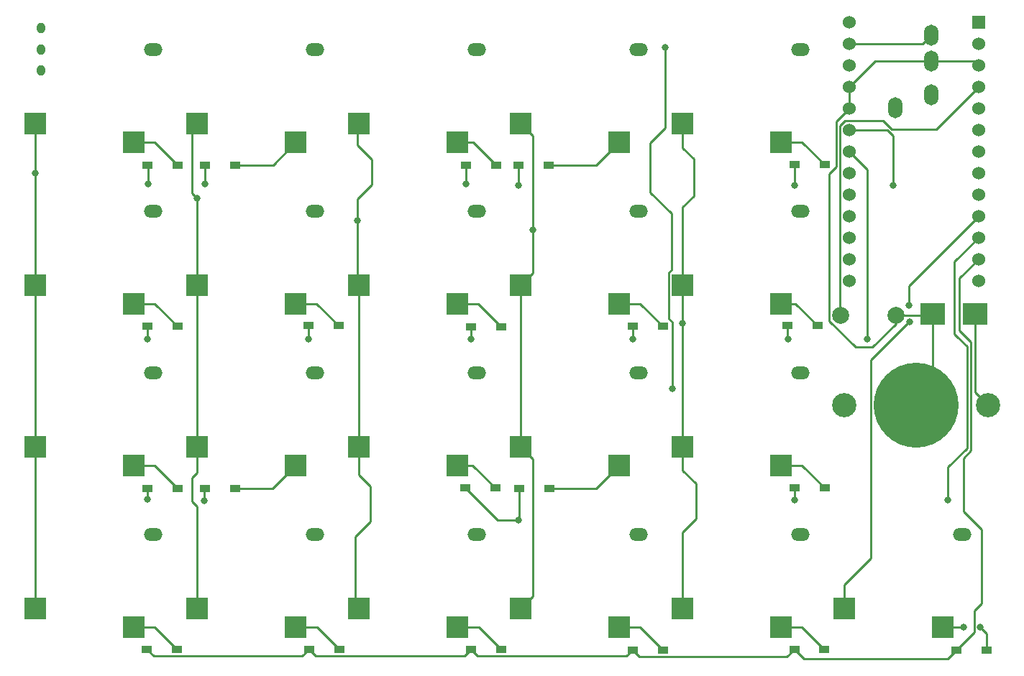
<source format=gbr>
%TF.GenerationSoftware,KiCad,Pcbnew,7.0.8*%
%TF.CreationDate,2024-10-11T08:32:43+09:00*%
%TF.ProjectId,cool642,636f6f6c-3634-4322-9e6b-696361645f70,rev?*%
%TF.SameCoordinates,Original*%
%TF.FileFunction,Copper,L2,Bot*%
%TF.FilePolarity,Positive*%
%FSLAX46Y46*%
G04 Gerber Fmt 4.6, Leading zero omitted, Abs format (unit mm)*
G04 Created by KiCad (PCBNEW 7.0.8) date 2024-10-11 08:32:43*
%MOMM*%
%LPD*%
G01*
G04 APERTURE LIST*
%TA.AperFunction,SMDPad,CuDef*%
%ADD10R,1.300000X0.950000*%
%TD*%
%TA.AperFunction,ComponentPad*%
%ADD11O,2.200000X1.500000*%
%TD*%
%TA.AperFunction,SMDPad,CuDef*%
%ADD12R,2.600000X2.600000*%
%TD*%
%TA.AperFunction,ComponentPad*%
%ADD13C,2.000000*%
%TD*%
%TA.AperFunction,ComponentPad*%
%ADD14O,1.700000X2.500000*%
%TD*%
%TA.AperFunction,SMDPad,CuDef*%
%ADD15R,3.000000X2.600000*%
%TD*%
%TA.AperFunction,ComponentPad*%
%ADD16O,1.000000X1.300000*%
%TD*%
%TA.AperFunction,ComponentPad*%
%ADD17C,2.850000*%
%TD*%
%TA.AperFunction,SMDPad,CuDef*%
%ADD18C,10.000000*%
%TD*%
%TA.AperFunction,ComponentPad*%
%ADD19C,1.524000*%
%TD*%
%TA.AperFunction,ComponentPad*%
%ADD20R,1.524000X1.524000*%
%TD*%
%TA.AperFunction,ViaPad*%
%ADD21C,0.800000*%
%TD*%
%TA.AperFunction,Conductor*%
%ADD22C,0.250000*%
%TD*%
G04 APERTURE END LIST*
D10*
%TO.P,D14,1,K*%
%TO.N,row1*%
X62005000Y-27590000D03*
%TO.P,D14,2,A*%
%TO.N,Net-(D14-A)*%
X65555000Y-27590000D03*
%TD*%
D11*
%TO.P,SW21,*%
%TO.N,*%
X5550000Y-33100000D03*
D12*
%TO.P,SW21,1,1*%
%TO.N,col0*%
X-8300000Y-41800000D03*
%TO.P,SW21,2,2*%
%TO.N,Net-(D21-A)*%
X3300000Y-44000000D03*
%TD*%
D11*
%TO.P,SW15,*%
%TO.N,*%
X81750000Y-14050000D03*
D12*
%TO.P,SW15,1,1*%
%TO.N,col4*%
X67900000Y-22750000D03*
%TO.P,SW15,2,2*%
%TO.N,Net-(D15-A)*%
X79500000Y-24950000D03*
%TD*%
D10*
%TO.P,D35,1,K*%
%TO.N,row3*%
X81042500Y-65700000D03*
%TO.P,D35,2,A*%
%TO.N,Net-(D35-A)*%
X84592500Y-65700000D03*
%TD*%
%TO.P,D15,1,K*%
%TO.N,row1*%
X80215000Y-27520000D03*
%TO.P,D15,2,A*%
%TO.N,Net-(D15-A)*%
X83765000Y-27520000D03*
%TD*%
D11*
%TO.P,SW33,*%
%TO.N,*%
X43650000Y-52150000D03*
D12*
%TO.P,SW33,1,1*%
%TO.N,col2*%
X29800000Y-60850000D03*
%TO.P,SW33,2,2*%
%TO.N,Net-(D33-A)*%
X41400000Y-63050000D03*
%TD*%
D10*
%TO.P,D21,1,K*%
%TO.N,row2*%
X4875000Y-46720000D03*
%TO.P,D21,2,A*%
%TO.N,Net-(D21-A)*%
X8425000Y-46720000D03*
%TD*%
%TO.P,D13,1,K*%
%TO.N,row1*%
X42975000Y-27660000D03*
%TO.P,D13,2,A*%
%TO.N,Net-(D13-A)*%
X46525000Y-27660000D03*
%TD*%
D11*
%TO.P,SW4,*%
%TO.N,*%
X62700000Y5000000D03*
D12*
%TO.P,SW4,1,1*%
%TO.N,col3*%
X48850000Y-3700000D03*
%TO.P,SW4,2,2*%
%TO.N,Net-(D4-A)*%
X60450000Y-5900000D03*
%TD*%
D11*
%TO.P,SW36,*%
%TO.N,*%
X100800000Y-52150000D03*
D12*
%TO.P,SW36,1,1*%
%TO.N,col5*%
X86950000Y-60850000D03*
%TO.P,SW36,2,2*%
%TO.N,Net-(D36-A)*%
X98550000Y-63050000D03*
%TD*%
D11*
%TO.P,SW3,*%
%TO.N,*%
X43650000Y5000000D03*
D12*
%TO.P,SW3,1,1*%
%TO.N,col2*%
X29800000Y-3700000D03*
%TO.P,SW3,2,2*%
%TO.N,Net-(D3-A)*%
X41400000Y-5900000D03*
%TD*%
D13*
%TO.P,SW41,1,1*%
%TO.N,Net-(U2-BOOT(RST))*%
X86490000Y-26300000D03*
%TO.P,SW41,2,2*%
%TO.N,GND*%
X92990000Y-26300000D03*
%TD*%
D11*
%TO.P,SW31,*%
%TO.N,*%
X5550000Y-52150000D03*
D12*
%TO.P,SW31,1,1*%
%TO.N,col0*%
X-8300000Y-60850000D03*
%TO.P,SW31,2,2*%
%TO.N,Net-(D31-A)*%
X3300000Y-63050000D03*
%TD*%
D10*
%TO.P,D25,1,K*%
%TO.N,row2*%
X81085000Y-46680000D03*
%TO.P,D25,2,A*%
%TO.N,Net-(D25-A)*%
X84635000Y-46680000D03*
%TD*%
%TO.P,D31,1,K*%
%TO.N,row3*%
X4825000Y-65680000D03*
%TO.P,D31,2,A*%
%TO.N,Net-(D31-A)*%
X8375000Y-65680000D03*
%TD*%
%TO.P,D34,1,K*%
%TO.N,row3*%
X62015000Y-65750000D03*
%TO.P,D34,2,A*%
%TO.N,Net-(D34-A)*%
X65565000Y-65750000D03*
%TD*%
D11*
%TO.P,SW1,*%
%TO.N,*%
X5550000Y5000000D03*
D12*
%TO.P,SW1,1,1*%
%TO.N,col0*%
X-8300000Y-3700000D03*
%TO.P,SW1,2,2*%
%TO.N,Net-(D1-A)*%
X3300000Y-5900000D03*
%TD*%
D10*
%TO.P,D24,1,K*%
%TO.N,row2*%
X48650000Y-46760000D03*
%TO.P,D24,2,A*%
%TO.N,Net-(D24-A)*%
X52200000Y-46760000D03*
%TD*%
%TO.P,D12,1,K*%
%TO.N,row1*%
X23835000Y-27550000D03*
%TO.P,D12,2,A*%
%TO.N,Net-(D12-A)*%
X27385000Y-27550000D03*
%TD*%
D11*
%TO.P,SW25,*%
%TO.N,*%
X81750000Y-33100000D03*
D12*
%TO.P,SW25,1,1*%
%TO.N,col4*%
X67900000Y-41800000D03*
%TO.P,SW25,2,2*%
%TO.N,Net-(D25-A)*%
X79500000Y-44000000D03*
%TD*%
D11*
%TO.P,SW23,*%
%TO.N,*%
X43650000Y-33100000D03*
D12*
%TO.P,SW23,1,1*%
%TO.N,col2*%
X29800000Y-41800000D03*
%TO.P,SW23,2,2*%
%TO.N,Net-(D23-A)*%
X41400000Y-44000000D03*
%TD*%
D10*
%TO.P,D11,1,K*%
%TO.N,row1*%
X4855000Y-27610000D03*
%TO.P,D11,2,A*%
%TO.N,Net-(D11-A)*%
X8405000Y-27610000D03*
%TD*%
D11*
%TO.P,SW2,*%
%TO.N,*%
X24600000Y5000000D03*
D12*
%TO.P,SW2,1,1*%
%TO.N,col1*%
X10750000Y-3700000D03*
%TO.P,SW2,2,2*%
%TO.N,Net-(D2-A)*%
X22350000Y-5900000D03*
%TD*%
D10*
%TO.P,D5,1,K*%
%TO.N,row0*%
X81085000Y-8570000D03*
%TO.P,D5,2,A*%
%TO.N,Net-(D5-A)*%
X84635000Y-8570000D03*
%TD*%
D11*
%TO.P,SW11,*%
%TO.N,*%
X5550000Y-14050000D03*
D12*
%TO.P,SW11,1,1*%
%TO.N,col0*%
X-8300000Y-22750000D03*
%TO.P,SW11,2,2*%
%TO.N,Net-(D11-A)*%
X3300000Y-24950000D03*
%TD*%
D11*
%TO.P,SW5,*%
%TO.N,*%
X81750000Y5000000D03*
D12*
%TO.P,SW5,1,1*%
%TO.N,col4*%
X67900000Y-3700000D03*
%TO.P,SW5,2,2*%
%TO.N,Net-(D5-A)*%
X79500000Y-5900000D03*
%TD*%
D11*
%TO.P,SW32,*%
%TO.N,*%
X24600000Y-52150000D03*
D12*
%TO.P,SW32,1,1*%
%TO.N,col1*%
X10750000Y-60850000D03*
%TO.P,SW32,2,2*%
%TO.N,Net-(D32-A)*%
X22350000Y-63050000D03*
%TD*%
D10*
%TO.P,D1,1,K*%
%TO.N,row0*%
X4905000Y-8660000D03*
%TO.P,D1,2,A*%
%TO.N,Net-(D1-A)*%
X8455000Y-8660000D03*
%TD*%
D11*
%TO.P,SW12,*%
%TO.N,*%
X24600000Y-14050000D03*
D12*
%TO.P,SW12,1,1*%
%TO.N,col1*%
X10750000Y-22750000D03*
%TO.P,SW12,2,2*%
%TO.N,Net-(D12-A)*%
X22350000Y-24950000D03*
%TD*%
D10*
%TO.P,D33,1,K*%
%TO.N,row3*%
X42975000Y-65700000D03*
%TO.P,D33,2,A*%
%TO.N,Net-(D33-A)*%
X46525000Y-65700000D03*
%TD*%
%TO.P,D36,1,K*%
%TO.N,row3*%
X100137500Y-65740000D03*
%TO.P,D36,2,A*%
%TO.N,Net-(D36-A)*%
X103687500Y-65740000D03*
%TD*%
%TO.P,D23,1,K*%
%TO.N,row2*%
X42275000Y-46660000D03*
%TO.P,D23,2,A*%
%TO.N,Net-(D23-A)*%
X45825000Y-46660000D03*
%TD*%
%TO.P,D32,1,K*%
%TO.N,row3*%
X23915000Y-65670000D03*
%TO.P,D32,2,A*%
%TO.N,Net-(D32-A)*%
X27465000Y-65670000D03*
%TD*%
D11*
%TO.P,SW22,*%
%TO.N,*%
X24600000Y-33100000D03*
D12*
%TO.P,SW22,1,1*%
%TO.N,col1*%
X10750000Y-41800000D03*
%TO.P,SW22,2,2*%
%TO.N,Net-(D22-A)*%
X22350000Y-44000000D03*
%TD*%
D11*
%TO.P,SW14,*%
%TO.N,*%
X62700000Y-14050000D03*
D12*
%TO.P,SW14,1,1*%
%TO.N,col3*%
X48850000Y-22750000D03*
%TO.P,SW14,2,2*%
%TO.N,Net-(D14-A)*%
X60450000Y-24950000D03*
%TD*%
D10*
%TO.P,D3,1,K*%
%TO.N,row0*%
X42370000Y-8600000D03*
%TO.P,D3,2,A*%
%TO.N,Net-(D3-A)*%
X45920000Y-8600000D03*
%TD*%
%TO.P,D4,1,K*%
%TO.N,row0*%
X48565000Y-8630000D03*
%TO.P,D4,2,A*%
%TO.N,Net-(D4-A)*%
X52115000Y-8630000D03*
%TD*%
D11*
%TO.P,SW24,*%
%TO.N,*%
X62700000Y-33100000D03*
D12*
%TO.P,SW24,1,1*%
%TO.N,col3*%
X48850000Y-41800000D03*
%TO.P,SW24,2,2*%
%TO.N,Net-(D24-A)*%
X60450000Y-44000000D03*
%TD*%
D10*
%TO.P,D22,1,K*%
%TO.N,row2*%
X11695000Y-46740000D03*
%TO.P,D22,2,A*%
%TO.N,Net-(D22-A)*%
X15245000Y-46740000D03*
%TD*%
D11*
%TO.P,SW35,*%
%TO.N,*%
X81750000Y-52150000D03*
D12*
%TO.P,SW35,1,1*%
%TO.N,col4*%
X67900000Y-60850000D03*
%TO.P,SW35,2,2*%
%TO.N,Net-(D35-A)*%
X79500000Y-63050000D03*
%TD*%
D14*
%TO.P,J1,A*%
%TO.N,unconnected-(J1-PadA)*%
X92930000Y-1840000D03*
%TO.P,J1,B*%
%TO.N,data*%
X97130000Y6660000D03*
%TO.P,J1,C*%
%TO.N,GND*%
X97130000Y3660000D03*
%TO.P,J1,D*%
%TO.N,VCC*%
X97130000Y-340000D03*
%TD*%
D10*
%TO.P,D2,1,K*%
%TO.N,row0*%
X11645000Y-8590000D03*
%TO.P,D2,2,A*%
%TO.N,Net-(D2-A)*%
X15195000Y-8590000D03*
%TD*%
D11*
%TO.P,SW13,*%
%TO.N,*%
X43650000Y-14050000D03*
D12*
%TO.P,SW13,1,1*%
%TO.N,col2*%
X29800000Y-22750000D03*
%TO.P,SW13,2,2*%
%TO.N,Net-(D13-A)*%
X41400000Y-24950000D03*
%TD*%
D11*
%TO.P,SW34,*%
%TO.N,*%
X62700000Y-52150000D03*
D12*
%TO.P,SW34,1,1*%
%TO.N,col3*%
X48850000Y-60850000D03*
%TO.P,SW34,2,2*%
%TO.N,Net-(D34-A)*%
X60450000Y-63050000D03*
%TD*%
D15*
%TO.P,C1,1*%
%TO.N,BAT+*%
X102320000Y-26150000D03*
%TO.P,C1,2*%
%TO.N,GND*%
X97320000Y-26150000D03*
%TD*%
D16*
%TO.P,SW42,1,1*%
%TO.N,Net-(U2-BAT)*%
X-7620000Y7520000D03*
%TO.P,SW42,2,2*%
%TO.N,BAT+*%
X-7620000Y5020000D03*
%TO.P,SW42,3*%
%TO.N,N/C*%
X-7620000Y2520000D03*
%TD*%
D17*
%TO.P,BT1,1,+*%
%TO.N,BAT+*%
X86950000Y-36900000D03*
X103850000Y-36900000D03*
D18*
%TO.P,BT1,2,-*%
%TO.N,GND*%
X95400000Y-36900000D03*
%TD*%
D19*
%TO.P,U2,1,PIN1*%
%TO.N,data*%
X87497200Y5680000D03*
%TO.P,U2,2,PIN2*%
%TO.N,unconnected-(U2-PIN2-Pad2)*%
X87497200Y3140000D03*
%TO.P,U2,3,GND*%
%TO.N,GND*%
X87497200Y600000D03*
%TO.P,U2,4,GND*%
X87497200Y-1940000D03*
%TO.P,U2,5,PIN5*%
%TO.N,row0*%
X87497200Y-4480000D03*
%TO.P,U2,6,PIN6*%
%TO.N,row1*%
X87497200Y-7020000D03*
%TO.P,U2,7,PIN7*%
%TO.N,col0*%
X87497200Y-9560000D03*
%TO.P,U2,8,PIN8*%
%TO.N,col1*%
X87497200Y-12100000D03*
%TO.P,U2,9,PIN9*%
%TO.N,col2*%
X87497200Y-14640000D03*
%TO.P,U2,10,PIN10*%
%TO.N,col3*%
X87497200Y-17180000D03*
%TO.P,U2,11,PIN11*%
%TO.N,col4*%
X87497200Y-19720000D03*
%TO.P,U2,12,PIN12*%
%TO.N,unconnected-(U2-PIN12-Pad12)*%
X87497200Y-22260000D03*
%TO.P,U2,13,PIN13*%
%TO.N,unconnected-(U2-PIN13-Pad13)*%
X102717200Y-22260000D03*
%TO.P,U2,14,PIN14*%
%TO.N,row3*%
X102717200Y-19720000D03*
%TO.P,U2,15,PIN15*%
%TO.N,row2*%
X102717200Y-17180000D03*
%TO.P,U2,16,PIN16*%
%TO.N,col5*%
X102717200Y-14640000D03*
%TO.P,U2,17,PIN17*%
%TO.N,unconnected-(U2-PIN17-Pad17)*%
X102717200Y-12100000D03*
%TO.P,U2,18,PIN18*%
%TO.N,unconnected-(U2-PIN18-Pad18)*%
X102717200Y-9560000D03*
%TO.P,U2,19,PIN19*%
%TO.N,unconnected-(U2-PIN19-Pad19)*%
X102717200Y-7020000D03*
%TO.P,U2,20,PIN20*%
%TO.N,unconnected-(U2-PIN20-Pad20)*%
X102717200Y-4480000D03*
%TO.P,U2,21,+4.3V*%
%TO.N,unconnected-(U2-+4.3V-Pad21)*%
X102717200Y-1940000D03*
%TO.P,U2,22,BOOT(RST)*%
%TO.N,Net-(U2-BOOT(RST))*%
X102717200Y600000D03*
%TO.P,U2,23,GND*%
%TO.N,GND*%
X102717200Y3140000D03*
%TO.P,U2,24,+5V*%
%TO.N,VCC*%
X102717200Y5680000D03*
D20*
%TO.P,U2,25,BAT*%
%TO.N,Net-(U2-BAT)*%
X102717200Y8220000D03*
D19*
%TO.P,U2,26*%
%TO.N,N/C*%
X87497200Y8220000D03*
%TD*%
D21*
%TO.N,BAT+*%
X66720000Y-34920000D03*
X65860000Y5270000D03*
%TO.N,row0*%
X11640000Y-10860000D03*
X92670000Y-11013000D03*
X42370000Y-10860000D03*
X81070000Y-11013000D03*
X48590000Y-11013000D03*
X4930000Y-10810000D03*
%TO.N,row1*%
X80280000Y-29150000D03*
X89650000Y-29150000D03*
X42970000Y-29150000D03*
X23890000Y-29150000D03*
X4900000Y-29090000D03*
X62030000Y-29150000D03*
%TO.N,row2*%
X99150000Y-48080000D03*
X81080000Y-48080000D03*
X11610000Y-48210000D03*
X48610000Y-50470000D03*
X4860000Y-48020000D03*
%TO.N,Net-(D36-A)*%
X100950000Y-63050000D03*
X102948231Y-63080000D03*
%TO.N,col0*%
X-8300000Y-9550000D03*
%TO.N,col1*%
X10750000Y-12530000D03*
%TO.N,col2*%
X29610000Y-15180000D03*
%TO.N,col3*%
X50280000Y-16240000D03*
%TO.N,col4*%
X67900000Y-27250000D03*
%TO.N,col5*%
X94520000Y-25170000D03*
X94600000Y-27120000D03*
%TD*%
D22*
%TO.N,col2*%
X29800000Y-41800000D02*
X29800000Y-45160000D01*
X29800000Y-45160000D02*
X31110000Y-46470000D01*
X29330000Y-60380000D02*
X29330000Y-52440000D01*
X31110000Y-50660000D02*
X29330000Y-52440000D01*
X31110000Y-46470000D02*
X31110000Y-50660000D01*
%TO.N,Net-(U2-BOOT(RST))*%
X86490000Y-26300000D02*
X86410200Y-26220200D01*
X86410200Y-26220200D02*
X86410200Y-3966800D01*
X86410200Y-3966800D02*
X87013247Y-3363753D01*
X87013247Y-3363753D02*
X91520149Y-3363753D01*
X97747200Y-4370000D02*
X102717200Y600000D01*
X91520149Y-3363753D02*
X92526396Y-4370000D01*
X92526396Y-4370000D02*
X97747200Y-4370000D01*
%TO.N,col1*%
X10750000Y-44840000D02*
X10150000Y-45440000D01*
X10750000Y-41800000D02*
X10750000Y-44840000D01*
X10750000Y-48840000D02*
X10750000Y-60850000D01*
X10150000Y-45440000D02*
X10150000Y-48240000D01*
X10150000Y-48240000D02*
X10750000Y-48840000D01*
%TO.N,row3*%
X102717200Y-19720000D02*
X100495000Y-21942200D01*
X100495000Y-28145000D02*
X101830000Y-29480000D01*
X100495000Y-21942200D02*
X100495000Y-28145000D01*
X101830000Y-42273984D02*
X100965000Y-43138984D01*
X101830000Y-29480000D02*
X101830000Y-42273984D01*
X103100000Y-51570000D02*
X103100000Y-60283731D01*
X102223731Y-61160000D02*
X102223731Y-63653769D01*
X100965000Y-43138984D02*
X100965000Y-49435000D01*
X100965000Y-49435000D02*
X103100000Y-51570000D01*
X103100000Y-60283731D02*
X102223731Y-61160000D01*
X102223731Y-63653769D02*
X100137500Y-65740000D01*
%TO.N,BAT+*%
X65860000Y-4220000D02*
X65860000Y5270000D01*
X66275000Y-26695000D02*
X66275000Y-21245000D01*
X66570000Y-20950000D02*
X66570000Y-14340000D01*
X66720000Y-34920000D02*
X66720000Y-27140000D01*
X66570000Y-14340000D02*
X64040000Y-11810000D01*
X64040000Y-11810000D02*
X64040000Y-6040000D01*
X66720000Y-27140000D02*
X66275000Y-26695000D01*
X102320000Y-26150000D02*
X102320000Y-35370000D01*
X64040000Y-6040000D02*
X65860000Y-4220000D01*
X102320000Y-35370000D02*
X103850000Y-36900000D01*
X66275000Y-21245000D02*
X66570000Y-20950000D01*
%TO.N,GND*%
X97320000Y-34980000D02*
X95400000Y-36900000D01*
X85960200Y-3477000D02*
X85960200Y-8829420D01*
X85960200Y-8829420D02*
X85140000Y-9649620D01*
X85140000Y-9649620D02*
X85140000Y-26980000D01*
X88240000Y-30080000D02*
X90210000Y-30080000D01*
X85140000Y-26980000D02*
X88240000Y-30080000D01*
X97320000Y-26150000D02*
X97320000Y-34980000D01*
X90557200Y3660000D02*
X97130000Y3660000D01*
X87497200Y600000D02*
X87497200Y-1940000D01*
X90210000Y-30080000D02*
X92990000Y-27300000D01*
X92990000Y-26300000D02*
X97170000Y-26300000D01*
X92990000Y-27300000D02*
X92990000Y-26300000D01*
X97170000Y-26300000D02*
X97320000Y-26150000D01*
X97130000Y3660000D02*
X102197200Y3660000D01*
X87497200Y-1940000D02*
X85960200Y-3477000D01*
X87497200Y600000D02*
X90557200Y3660000D01*
X102197200Y3660000D02*
X102717200Y3140000D01*
%TO.N,row0*%
X11645000Y-10855000D02*
X11640000Y-10860000D01*
X92000000Y-4480000D02*
X92670000Y-5150000D01*
X42370000Y-8600000D02*
X42370000Y-10860000D01*
X92670000Y-5150000D02*
X92670000Y-11013000D01*
X4930000Y-8685000D02*
X4905000Y-8660000D01*
X87497200Y-4480000D02*
X92000000Y-4480000D01*
X48565000Y-10988000D02*
X48590000Y-11013000D01*
X81085000Y-8570000D02*
X81085000Y-10998000D01*
X4930000Y-10810000D02*
X4930000Y-8685000D01*
X81085000Y-10998000D02*
X81070000Y-11013000D01*
X11645000Y-8590000D02*
X11645000Y-10855000D01*
X48565000Y-8630000D02*
X48565000Y-10988000D01*
%TO.N,Net-(D1-A)*%
X5695000Y-5900000D02*
X8455000Y-8660000D01*
X3300000Y-5900000D02*
X5695000Y-5900000D01*
%TO.N,Net-(D2-A)*%
X15195000Y-8590000D02*
X19660000Y-8590000D01*
X19660000Y-8590000D02*
X22350000Y-5900000D01*
%TO.N,Net-(D3-A)*%
X41400000Y-5900000D02*
X43220000Y-5900000D01*
X43220000Y-5900000D02*
X45920000Y-8600000D01*
%TO.N,Net-(D4-A)*%
X57720000Y-8630000D02*
X52115000Y-8630000D01*
X60450000Y-5900000D02*
X57720000Y-8630000D01*
%TO.N,Net-(D5-A)*%
X81965000Y-5900000D02*
X84635000Y-8570000D01*
X79500000Y-5900000D02*
X81965000Y-5900000D01*
%TO.N,data*%
X87497200Y5680000D02*
X96150000Y5680000D01*
X96150000Y5680000D02*
X97130000Y6660000D01*
%TO.N,row1*%
X89650000Y-9172800D02*
X89650000Y-29150000D01*
X42975000Y-29145000D02*
X42970000Y-29150000D01*
X23835000Y-27550000D02*
X23835000Y-29095000D01*
X80215000Y-27520000D02*
X80215000Y-29085000D01*
X62005000Y-27590000D02*
X62005000Y-29125000D01*
X42975000Y-27660000D02*
X42975000Y-29145000D01*
X80215000Y-29085000D02*
X80280000Y-29150000D01*
X4900000Y-27655000D02*
X4855000Y-27610000D01*
X87497200Y-7020000D02*
X89650000Y-9172800D01*
X62005000Y-29125000D02*
X62030000Y-29150000D01*
X4900000Y-29090000D02*
X4900000Y-27655000D01*
X23835000Y-29095000D02*
X23890000Y-29150000D01*
%TO.N,Net-(D11-A)*%
X3300000Y-24950000D02*
X5745000Y-24950000D01*
X5745000Y-24950000D02*
X8405000Y-27610000D01*
%TO.N,Net-(D12-A)*%
X22350000Y-24950000D02*
X24785000Y-24950000D01*
X24785000Y-24950000D02*
X27385000Y-27550000D01*
%TO.N,Net-(D13-A)*%
X43815000Y-24950000D02*
X46525000Y-27660000D01*
X41400000Y-24950000D02*
X43815000Y-24950000D01*
%TO.N,Net-(D14-A)*%
X60450000Y-24950000D02*
X62915000Y-24950000D01*
X62915000Y-24950000D02*
X65555000Y-27590000D01*
%TO.N,Net-(D15-A)*%
X81195000Y-24950000D02*
X83765000Y-27520000D01*
X79500000Y-24950000D02*
X81195000Y-24950000D01*
%TO.N,row2*%
X99910000Y-28525000D02*
X100212500Y-28827500D01*
X42275000Y-46660000D02*
X46085000Y-50470000D01*
X99150000Y-44180000D02*
X99150000Y-48080000D01*
X4860000Y-46735000D02*
X4875000Y-46720000D01*
X46085000Y-50470000D02*
X48610000Y-50470000D01*
X48650000Y-46760000D02*
X48650000Y-50430000D01*
X81085000Y-48075000D02*
X81080000Y-48080000D01*
X11610000Y-46825000D02*
X11695000Y-46740000D01*
X81085000Y-46680000D02*
X81085000Y-48075000D01*
X48650000Y-50430000D02*
X48610000Y-50470000D01*
X101380000Y-29995000D02*
X101380000Y-41950000D01*
X99910000Y-19987200D02*
X99910000Y-28525000D01*
X102717200Y-17180000D02*
X99910000Y-19987200D01*
X4860000Y-48020000D02*
X4860000Y-46735000D01*
X101380000Y-41950000D02*
X99150000Y-44180000D01*
X100212500Y-28827500D02*
X101380000Y-29995000D01*
X11610000Y-48210000D02*
X11610000Y-46825000D01*
%TO.N,Net-(D21-A)*%
X3300000Y-44000000D02*
X5705000Y-44000000D01*
X5705000Y-44000000D02*
X8425000Y-46720000D01*
%TO.N,row3*%
X24715000Y-66470000D02*
X42205000Y-66470000D01*
X82147500Y-66805000D02*
X81042500Y-65700000D01*
X4825000Y-65680000D02*
X5625000Y-66480000D01*
X42205000Y-66470000D02*
X42975000Y-65700000D01*
X23915000Y-65670000D02*
X24715000Y-66470000D01*
X42975000Y-65700000D02*
X43775000Y-66500000D01*
X5625000Y-66480000D02*
X23105000Y-66480000D01*
X81042500Y-65700000D02*
X80192500Y-66550000D01*
X61265000Y-66500000D02*
X62015000Y-65750000D01*
X23105000Y-66480000D02*
X23915000Y-65670000D01*
X100137500Y-65782500D02*
X99115000Y-66805000D01*
X43775000Y-66500000D02*
X61265000Y-66500000D01*
X62015000Y-65750000D02*
X62815000Y-66550000D01*
X100137500Y-65740000D02*
X100137500Y-65782500D01*
X80192500Y-66550000D02*
X62815000Y-66550000D01*
X99115000Y-66805000D02*
X82147500Y-66805000D01*
%TO.N,Net-(D22-A)*%
X19610000Y-46740000D02*
X15245000Y-46740000D01*
X22350000Y-44000000D02*
X19610000Y-46740000D01*
%TO.N,Net-(D23-A)*%
X41400000Y-44000000D02*
X43165000Y-44000000D01*
X43165000Y-44000000D02*
X45825000Y-46660000D01*
%TO.N,Net-(D24-A)*%
X52200000Y-46760000D02*
X57690000Y-46760000D01*
X57690000Y-46760000D02*
X60450000Y-44000000D01*
%TO.N,Net-(D25-A)*%
X79500000Y-44000000D02*
X81955000Y-44000000D01*
X81955000Y-44000000D02*
X84635000Y-46680000D01*
%TO.N,Net-(D31-A)*%
X3300000Y-63050000D02*
X5745000Y-63050000D01*
X5745000Y-63050000D02*
X8375000Y-65680000D01*
%TO.N,Net-(D32-A)*%
X22350000Y-63050000D02*
X24845000Y-63050000D01*
X24845000Y-63050000D02*
X27465000Y-65670000D01*
%TO.N,Net-(D33-A)*%
X43875000Y-63050000D02*
X46525000Y-65700000D01*
X41400000Y-63050000D02*
X43875000Y-63050000D01*
%TO.N,Net-(D34-A)*%
X62865000Y-63050000D02*
X65565000Y-65750000D01*
X60450000Y-63050000D02*
X62865000Y-63050000D01*
%TO.N,Net-(D35-A)*%
X81942500Y-63050000D02*
X84592500Y-65700000D01*
X79500000Y-63050000D02*
X81942500Y-63050000D01*
%TO.N,Net-(D36-A)*%
X103687500Y-63819269D02*
X103687500Y-65740000D01*
X102948231Y-63080000D02*
X103687500Y-63819269D01*
X98550000Y-63050000D02*
X100950000Y-63050000D01*
%TO.N,col0*%
X-8300000Y-60850000D02*
X-8300000Y-41800000D01*
X-8300000Y-41800000D02*
X-8300000Y-22750000D01*
X-8300000Y-9550000D02*
X-8300000Y-3700000D01*
X-8300000Y-22750000D02*
X-8300000Y-9550000D01*
%TO.N,col1*%
X10160000Y-11940000D02*
X10750000Y-12530000D01*
X10750000Y-22750000D02*
X10750000Y-41800000D01*
X10160000Y-4290000D02*
X10160000Y-11940000D01*
X10750000Y-3700000D02*
X10160000Y-4290000D01*
X10750000Y-12530000D02*
X10750000Y-22750000D01*
%TO.N,col2*%
X29610000Y-12610000D02*
X31290000Y-10930000D01*
X29610000Y-15180000D02*
X29610000Y-12610000D01*
X29800000Y-22750000D02*
X29610000Y-22560000D01*
X29610000Y-22560000D02*
X29610000Y-15180000D01*
X29800000Y-60850000D02*
X29330000Y-60380000D01*
X31290000Y-10930000D02*
X31290000Y-7970000D01*
X29800000Y-41800000D02*
X29800000Y-22750000D01*
X29610000Y-6290000D02*
X29610000Y-3890000D01*
X29610000Y-3890000D02*
X29800000Y-3700000D01*
X31290000Y-7970000D02*
X29610000Y-6290000D01*
%TO.N,col3*%
X50280000Y-5130000D02*
X50280000Y-16240000D01*
X48850000Y-3700000D02*
X50280000Y-5130000D01*
X50280000Y-16240000D02*
X50280000Y-21320000D01*
X50280000Y-43230000D02*
X50280000Y-59420000D01*
X50280000Y-59420000D02*
X48850000Y-60850000D01*
X50280000Y-21320000D02*
X48850000Y-22750000D01*
X48850000Y-41800000D02*
X50280000Y-43230000D01*
X48850000Y-22750000D02*
X48850000Y-41800000D01*
%TO.N,col4*%
X67900000Y-6600000D02*
X69200000Y-7900000D01*
X67900000Y-51860000D02*
X67900000Y-60850000D01*
X67900000Y-41800000D02*
X67900000Y-44590000D01*
X69450000Y-46140000D02*
X69450000Y-50310000D01*
X67900000Y-22750000D02*
X67900000Y-27250000D01*
X67900000Y-27250000D02*
X67900000Y-41800000D01*
X67900000Y-3700000D02*
X67900000Y-6600000D01*
X67900000Y-44590000D02*
X69450000Y-46140000D01*
X69200000Y-7900000D02*
X69200000Y-12240000D01*
X67900000Y-13540000D02*
X67900000Y-22750000D01*
X69450000Y-50310000D02*
X67900000Y-51860000D01*
X69200000Y-12240000D02*
X67900000Y-13540000D01*
%TO.N,col5*%
X86950000Y-60850000D02*
X86950000Y-58076167D01*
X94520000Y-22837200D02*
X102717200Y-14640000D01*
X94520000Y-25170000D02*
X94520000Y-22837200D01*
X94530000Y-27120000D02*
X94600000Y-27120000D01*
X90075000Y-54951167D02*
X90075000Y-31575000D01*
X86950000Y-58076167D02*
X90075000Y-54951167D01*
X90075000Y-31575000D02*
X94530000Y-27120000D01*
%TD*%
M02*

</source>
